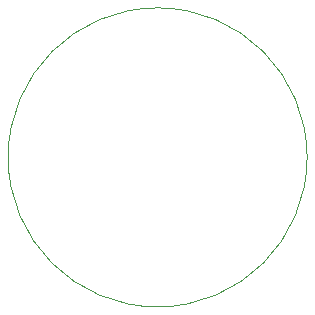
<source format=gbr>
G04 #@! TF.GenerationSoftware,KiCad,Pcbnew,(5.99.0-2215-gb084305b1)*
G04 #@! TF.CreationDate,2020-09-12T17:30:21-04:00*
G04 #@! TF.ProjectId,kicad-sipm,6b696361-642d-4736-9970-6d2e6b696361,rev?*
G04 #@! TF.SameCoordinates,Original*
G04 #@! TF.FileFunction,Profile,NP*
%FSLAX46Y46*%
G04 Gerber Fmt 4.6, Leading zero omitted, Abs format (unit mm)*
G04 Created by KiCad (PCBNEW (5.99.0-2215-gb084305b1)) date 2020-09-12 17:30:21*
%MOMM*%
%LPD*%
G01*
G04 APERTURE LIST*
G04 #@! TA.AperFunction,Profile*
%ADD10C,0.100000*%
G04 #@! TD*
G04 APERTURE END LIST*
D10*
X112660000Y-100000000D02*
G75*
G03*
X112660000Y-100000000I-12660000J0D01*
G01*
M02*

</source>
